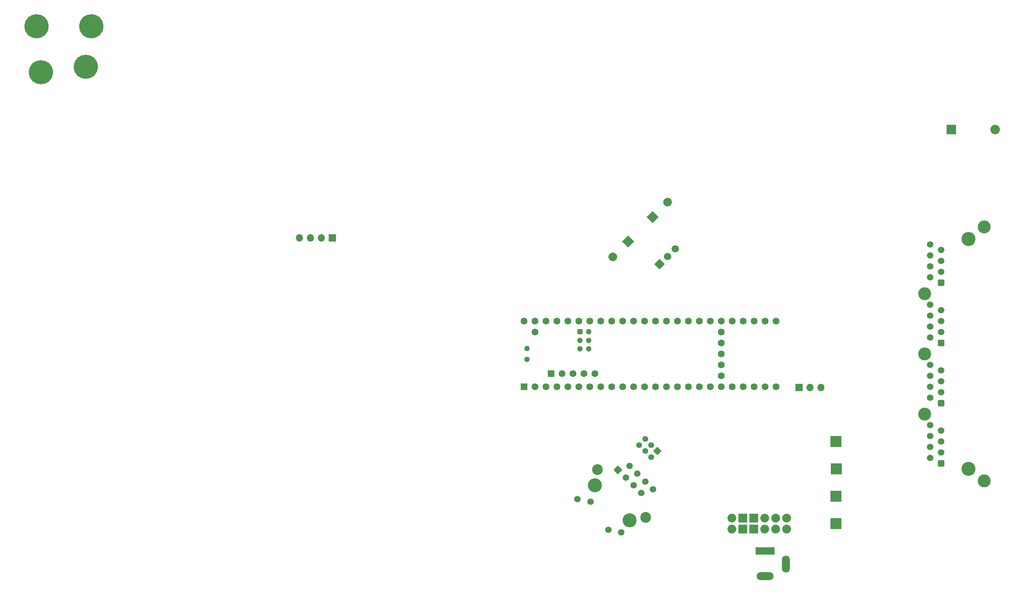
<source format=gbr>
%TF.GenerationSoftware,KiCad,Pcbnew,7.0.5-0*%
%TF.CreationDate,2024-01-05T10:03:26+01:00*%
%TF.ProjectId,mollusc_motion_board,6d6f6c6c-7573-4635-9f6d-6f74696f6e5f,rev?*%
%TF.SameCoordinates,Original*%
%TF.FileFunction,Soldermask,Bot*%
%TF.FilePolarity,Negative*%
%FSLAX46Y46*%
G04 Gerber Fmt 4.6, Leading zero omitted, Abs format (unit mm)*
G04 Created by KiCad (PCBNEW 7.0.5-0) date 2024-01-05 10:03:26*
%MOMM*%
%LPD*%
G01*
G04 APERTURE LIST*
G04 Aperture macros list*
%AMRoundRect*
0 Rectangle with rounded corners*
0 $1 Rounding radius*
0 $2 $3 $4 $5 $6 $7 $8 $9 X,Y pos of 4 corners*
0 Add a 4 corners polygon primitive as box body*
4,1,4,$2,$3,$4,$5,$6,$7,$8,$9,$2,$3,0*
0 Add four circle primitives for the rounded corners*
1,1,$1+$1,$2,$3*
1,1,$1+$1,$4,$5*
1,1,$1+$1,$6,$7*
1,1,$1+$1,$8,$9*
0 Add four rect primitives between the rounded corners*
20,1,$1+$1,$2,$3,$4,$5,0*
20,1,$1+$1,$4,$5,$6,$7,0*
20,1,$1+$1,$6,$7,$8,$9,0*
20,1,$1+$1,$8,$9,$2,$3,0*%
%AMHorizOval*
0 Thick line with rounded ends*
0 $1 width*
0 $2 $3 position (X,Y) of the first rounded end (center of the circle)*
0 $4 $5 position (X,Y) of the second rounded end (center of the circle)*
0 Add line between two ends*
20,1,$1,$2,$3,$4,$5,0*
0 Add two circle primitives to create the rounded ends*
1,1,$1,$2,$3*
1,1,$1,$4,$5*%
%AMRotRect*
0 Rectangle, with rotation*
0 The origin of the aperture is its center*
0 $1 length*
0 $2 width*
0 $3 Rotation angle, in degrees counterclockwise*
0 Add horizontal line*
21,1,$1,$2,0,0,$3*%
G04 Aperture macros list end*
%ADD10R,2.500000X2.500000*%
%ADD11C,3.600000*%
%ADD12C,5.600000*%
%ADD13RotRect,2.000000X2.000000X45.000000*%
%ADD14C,2.000000*%
%ADD15RotRect,1.700000X1.700000X135.000000*%
%ADD16HorizOval,1.700000X0.000000X0.000000X0.000000X0.000000X0*%
%ADD17R,1.700000X1.700000*%
%ADD18O,1.700000X1.700000*%
%ADD19C,2.040000*%
%ADD20R,2.040000X2.040000*%
%ADD21R,1.600000X1.600000*%
%ADD22C,1.600000*%
%ADD23R,1.300000X1.300000*%
%ADD24C,1.300000*%
%ADD25R,2.200000X2.200000*%
%ADD26O,2.200000X2.200000*%
%ADD27RotRect,1.350000X1.350000X225.000000*%
%ADD28HorizOval,1.350000X0.000000X0.000000X0.000000X0.000000X0*%
%ADD29R,4.400000X1.800000*%
%ADD30O,4.000000X1.800000*%
%ADD31O,1.800000X4.000000*%
%ADD32C,3.250000*%
%ADD33RoundRect,0.250500X0.499500X-0.499500X0.499500X0.499500X-0.499500X0.499500X-0.499500X-0.499500X0*%
%ADD34C,1.500000*%
%ADD35C,3.000000*%
%ADD36RoundRect,0.250500X-0.706400X0.000000X0.000000X-0.706400X0.706400X0.000000X0.000000X0.706400X0*%
%ADD37C,2.500000*%
%ADD38RotRect,2.000000X2.000000X225.000000*%
G04 APERTURE END LIST*
D10*
%TO.C,TP1*%
X16475000Y-33006000D03*
%TD*%
%TO.C,TP2*%
X16475000Y-39370000D03*
%TD*%
D11*
%TO.C,H3*%
X-157480000Y66675000D03*
D12*
X-157480000Y66675000D03*
%TD*%
D13*
%TO.C,C15*%
X-26099136Y31730992D03*
D14*
X-22563602Y35266526D03*
%TD*%
D11*
%TO.C,H1*%
X-168910000Y76073000D03*
D12*
X-168910000Y76073000D03*
%TD*%
D15*
%TO.C,J1*%
X-24414329Y20843440D03*
D16*
X-22618278Y22639491D03*
X-20822227Y24435542D03*
%TD*%
D11*
%TO.C,H2*%
X-167894000Y65405000D03*
D12*
X-167894000Y65405000D03*
%TD*%
D17*
%TO.C,J_I2C1*%
X-100340000Y26924000D03*
D18*
X-102880000Y26924000D03*
X-105420000Y26924000D03*
X-107960000Y26924000D03*
%TD*%
D19*
%TO.C,J6*%
X-7655000Y-38086000D03*
X-7655000Y-40626000D03*
D20*
X-5115000Y-38086000D03*
X-5115000Y-40626000D03*
X-2575000Y-38086000D03*
X-2575000Y-40626000D03*
D19*
X-35000Y-38086000D03*
X-35000Y-40626000D03*
X2505000Y-38086000D03*
X2505000Y-40626000D03*
X5045000Y-38086000D03*
X5045000Y-40626000D03*
%TD*%
D21*
%TO.C,U9*%
X-55880000Y-7620000D03*
D22*
X-53340000Y-7620000D03*
X-50800000Y-7620000D03*
X-48260000Y-7620000D03*
X-45720000Y-7620000D03*
X-43180000Y-7620000D03*
X-40640000Y-7620000D03*
X-38100000Y-7620000D03*
X-35560000Y-7620000D03*
X-33020000Y-7620000D03*
X-30480000Y-7620000D03*
X-27940000Y-7620000D03*
X-25400000Y-7620000D03*
X-22860000Y-7620000D03*
X-20320000Y-7620000D03*
X-17780000Y-7620000D03*
X-15240000Y-7620000D03*
X-12700000Y-7620000D03*
X-10160000Y-7620000D03*
X-7620000Y-7620000D03*
X-5080000Y-7620000D03*
X-2540000Y-7620000D03*
X0Y-7620000D03*
X2540000Y-7620000D03*
X2540000Y7620000D03*
X0Y7620000D03*
X-2540000Y7620000D03*
X-5080000Y7620000D03*
X-7620000Y7620000D03*
X-10160000Y7620000D03*
X-12700000Y7620000D03*
X-15240000Y7620000D03*
X-17780000Y7620000D03*
X-20320000Y7620000D03*
X-22860000Y7620000D03*
X-25400000Y7620000D03*
X-27940000Y7620000D03*
X-30480000Y7620000D03*
X-33020000Y7620000D03*
X-35560000Y7620000D03*
X-38100000Y7620000D03*
X-40640000Y7620000D03*
X-43180000Y7620000D03*
X-45720000Y7620000D03*
X-48260000Y7620000D03*
X-50800000Y7620000D03*
X-53340000Y7620000D03*
X-55880000Y7620000D03*
X-53340000Y5080000D03*
X-10160000Y-5080000D03*
X-10160000Y-2540000D03*
X-10160000Y0D03*
X-10160000Y2540000D03*
X-10160000Y5080000D03*
D21*
X-49580800Y-4569200D03*
D22*
X-47040800Y-4569200D03*
X-44500800Y-4569200D03*
X-41960800Y-4569200D03*
X-39420800Y-4569200D03*
D23*
X-42910000Y5181600D03*
D24*
X-42910000Y3181600D03*
X-42910000Y1181600D03*
X-40910000Y1181600D03*
X-40910000Y3181600D03*
X-40910000Y5181600D03*
X-55150000Y1270000D03*
X-55150000Y-1270000D03*
%TD*%
D25*
%TO.C,D4*%
X43180000Y52070000D03*
D26*
X53340000Y52070000D03*
%TD*%
D27*
%TO.C,J5*%
X-24961031Y-22535656D03*
D28*
X-26375245Y-23949870D03*
X-26375245Y-21121442D03*
X-27789458Y-22535656D03*
X-27789458Y-19707229D03*
X-29203672Y-21121442D03*
%TD*%
D29*
%TO.C,J2*%
X0Y-45706000D03*
D30*
X0Y-51506000D03*
D31*
X4800000Y-48706000D03*
%TD*%
D11*
%TO.C,H4*%
X-156210000Y76073000D03*
D12*
X-156210000Y76073000D03*
%TD*%
D10*
%TO.C,TP4*%
X16475000Y-20320000D03*
%TD*%
D17*
%TO.C,J7*%
X7858973Y-7747000D03*
D18*
X10398973Y-7747000D03*
X12938973Y-7747000D03*
%TD*%
D32*
%TO.C,J4*%
X47157000Y-26660000D03*
X47157000Y26680000D03*
D33*
X40807000Y-25390000D03*
D34*
X38267000Y-24130000D03*
X40807000Y-22850000D03*
X38267000Y-21590000D03*
X40807000Y-20310000D03*
X38267000Y-19050000D03*
X40807000Y-17770000D03*
X38267000Y-16510000D03*
D33*
X40807000Y-11420000D03*
D34*
X38267000Y-10160000D03*
X40807000Y-8880000D03*
X38267000Y-7620000D03*
X40807000Y-6340000D03*
X38267000Y-5080000D03*
X40807000Y-3800000D03*
X38267000Y-2540000D03*
D33*
X40807000Y2550000D03*
D34*
X38267000Y3810000D03*
X40807000Y5090000D03*
X38267000Y6350000D03*
X40807000Y7630000D03*
X38267000Y8890000D03*
X40807000Y10170000D03*
X38267000Y11430000D03*
D33*
X40807000Y16520000D03*
D34*
X38267000Y17780000D03*
X40807000Y19060000D03*
X38267000Y20320000D03*
X40807000Y21600000D03*
X38267000Y22860000D03*
X40807000Y24140000D03*
X38267000Y25400000D03*
D35*
X50837000Y-29440000D03*
X36997000Y-13960000D03*
X36997000Y10000D03*
X36997000Y13980000D03*
X50837000Y29460000D03*
%TD*%
D10*
%TO.C,TP3*%
X16510000Y-26670000D03*
%TD*%
D32*
%TO.C,J3*%
X-39460256Y-30480000D03*
X-31378025Y-38562231D03*
D36*
X-34072102Y-26887898D03*
D34*
X-31378025Y-25989872D03*
X-32276051Y-28683949D03*
X-29581974Y-27785924D03*
X-30480000Y-30480000D03*
X-27785923Y-29581975D03*
X-28683948Y-32276052D03*
X-25989871Y-31378026D03*
X-43483693Y-33640768D03*
X-40485561Y-34234737D03*
X-36334844Y-40789617D03*
X-33336711Y-41383587D03*
D37*
X-38830931Y-26795974D03*
X-27693999Y-37932906D03*
%TD*%
D38*
%TO.C,C18*%
X-31730992Y26099136D03*
D14*
X-35266526Y22563602D03*
%TD*%
M02*

</source>
